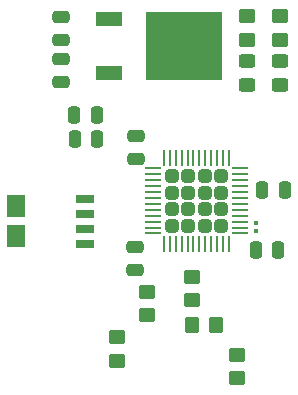
<source format=gbr>
%TF.GenerationSoftware,KiCad,Pcbnew,7.0.10*%
%TF.CreationDate,2024-01-17T14:48:32+01:00*%
%TF.ProjectId,PowerBoard,506f7765-7242-46f6-9172-642e6b696361,rev?*%
%TF.SameCoordinates,Original*%
%TF.FileFunction,Paste,Top*%
%TF.FilePolarity,Positive*%
%FSLAX46Y46*%
G04 Gerber Fmt 4.6, Leading zero omitted, Abs format (unit mm)*
G04 Created by KiCad (PCBNEW 7.0.10) date 2024-01-17 14:48:32*
%MOMM*%
%LPD*%
G01*
G04 APERTURE LIST*
G04 Aperture macros list*
%AMRoundRect*
0 Rectangle with rounded corners*
0 $1 Rounding radius*
0 $2 $3 $4 $5 $6 $7 $8 $9 X,Y pos of 4 corners*
0 Add a 4 corners polygon primitive as box body*
4,1,4,$2,$3,$4,$5,$6,$7,$8,$9,$2,$3,0*
0 Add four circle primitives for the rounded corners*
1,1,$1+$1,$2,$3*
1,1,$1+$1,$4,$5*
1,1,$1+$1,$6,$7*
1,1,$1+$1,$8,$9*
0 Add four rect primitives between the rounded corners*
20,1,$1+$1,$2,$3,$4,$5,0*
20,1,$1+$1,$4,$5,$6,$7,0*
20,1,$1+$1,$6,$7,$8,$9,0*
20,1,$1+$1,$8,$9,$2,$3,0*%
G04 Aperture macros list end*
%ADD10R,2.200000X1.200000*%
%ADD11R,6.400000X5.800000*%
%ADD12R,1.580000X1.920000*%
%ADD13R,1.580000X0.650000*%
%ADD14RoundRect,0.250000X0.315000X0.315000X-0.315000X0.315000X-0.315000X-0.315000X0.315000X-0.315000X0*%
%ADD15RoundRect,0.062500X0.596500X0.062500X-0.596500X0.062500X-0.596500X-0.062500X0.596500X-0.062500X0*%
%ADD16RoundRect,0.062500X0.062500X0.596500X-0.062500X0.596500X-0.062500X-0.596500X0.062500X-0.596500X0*%
%ADD17RoundRect,0.079500X-0.100500X0.079500X-0.100500X-0.079500X0.100500X-0.079500X0.100500X0.079500X0*%
%ADD18RoundRect,0.250000X-0.450000X0.350000X-0.450000X-0.350000X0.450000X-0.350000X0.450000X0.350000X0*%
%ADD19RoundRect,0.250000X0.450000X-0.350000X0.450000X0.350000X-0.450000X0.350000X-0.450000X-0.350000X0*%
%ADD20RoundRect,0.250000X0.350000X0.450000X-0.350000X0.450000X-0.350000X-0.450000X0.350000X-0.450000X0*%
%ADD21RoundRect,0.250000X0.450000X-0.325000X0.450000X0.325000X-0.450000X0.325000X-0.450000X-0.325000X0*%
%ADD22RoundRect,0.250000X0.475000X-0.250000X0.475000X0.250000X-0.475000X0.250000X-0.475000X-0.250000X0*%
%ADD23RoundRect,0.250000X-0.475000X0.250000X-0.475000X-0.250000X0.475000X-0.250000X0.475000X0.250000X0*%
%ADD24RoundRect,0.250000X0.250000X0.475000X-0.250000X0.475000X-0.250000X-0.475000X0.250000X-0.475000X0*%
G04 APERTURE END LIST*
D10*
%TO.C,*%
X99364000Y-101086000D03*
D11*
X105664000Y-98806000D03*
D10*
X99364000Y-96526000D03*
%TD*%
D12*
%TO.C,IC1*%
X91502000Y-112395000D03*
X91502000Y-114935000D03*
D13*
X97282000Y-115570000D03*
X97282000Y-114300000D03*
X97282000Y-113030000D03*
X97282000Y-111760000D03*
%TD*%
D14*
%TO.C,U2*%
X108842000Y-114052000D03*
X108842000Y-112652000D03*
X108842000Y-111252000D03*
X108842000Y-109852000D03*
X107442000Y-114052000D03*
X107442000Y-112652000D03*
X107442000Y-111252000D03*
X107442000Y-109852000D03*
X106042000Y-114052000D03*
X106042000Y-112652000D03*
X106042000Y-111252000D03*
X106042000Y-109852000D03*
X104642000Y-114052000D03*
X104642000Y-112652000D03*
X104642000Y-111252000D03*
X104642000Y-109852000D03*
D15*
X110401000Y-114702000D03*
X110401000Y-114202000D03*
X110401000Y-113702000D03*
X110401000Y-113202000D03*
X110401000Y-112702000D03*
X110401000Y-112202000D03*
X110401000Y-111702000D03*
X110401000Y-111202000D03*
X110401000Y-110702000D03*
X110401000Y-110202000D03*
X110401000Y-109702000D03*
X110401000Y-109202000D03*
D16*
X109492000Y-108293000D03*
X108992000Y-108293000D03*
X108492000Y-108293000D03*
X107992000Y-108293000D03*
X107492000Y-108293000D03*
X106992000Y-108293000D03*
X106492000Y-108293000D03*
X105992000Y-108293000D03*
X105492000Y-108293000D03*
X104992000Y-108293000D03*
X104492000Y-108293000D03*
X103992000Y-108293000D03*
D15*
X103083000Y-109202000D03*
X103083000Y-109702000D03*
X103083000Y-110202000D03*
X103083000Y-110702000D03*
X103083000Y-111202000D03*
X103083000Y-111702000D03*
X103083000Y-112202000D03*
X103083000Y-112702000D03*
X103083000Y-113202000D03*
X103083000Y-113702000D03*
X103083000Y-114202000D03*
X103083000Y-114702000D03*
D16*
X103992000Y-115611000D03*
X104492000Y-115611000D03*
X104992000Y-115611000D03*
X105492000Y-115611000D03*
X105992000Y-115611000D03*
X106492000Y-115611000D03*
X106992000Y-115611000D03*
X107492000Y-115611000D03*
X107992000Y-115611000D03*
X108492000Y-115611000D03*
X108992000Y-115611000D03*
X109492000Y-115611000D03*
%TD*%
D17*
%TO.C,R5*%
X111760000Y-113828000D03*
X111760000Y-114518000D03*
%TD*%
D18*
%TO.C,R10*%
X110998000Y-96298000D03*
X110998000Y-98298000D03*
%TD*%
%TO.C,R9*%
X113792000Y-96298000D03*
X113792000Y-98298000D03*
%TD*%
%TO.C,R6*%
X110179500Y-124984000D03*
X110179500Y-126984000D03*
%TD*%
%TO.C,R4*%
X102559500Y-119650000D03*
X102559500Y-121650000D03*
%TD*%
D19*
%TO.C,R3*%
X100019500Y-125476000D03*
X100019500Y-123476000D03*
%TD*%
%TO.C,R2*%
X106369500Y-118380000D03*
X106369500Y-120380000D03*
%TD*%
D20*
%TO.C,R1*%
X108385500Y-122428000D03*
X106385500Y-122428000D03*
%TD*%
D21*
%TO.C,D4*%
X110998000Y-102126000D03*
X110998000Y-100076000D03*
%TD*%
%TO.C,D3*%
X113800000Y-102126000D03*
X113800000Y-100076000D03*
%TD*%
D22*
%TO.C,C8*%
X95250000Y-98298000D03*
X95250000Y-96398000D03*
%TD*%
D23*
%TO.C,C7*%
X95250000Y-99954000D03*
X95250000Y-101854000D03*
%TD*%
D24*
%TO.C,C6*%
X98298000Y-104648000D03*
X96398000Y-104648000D03*
%TD*%
%TO.C,C5*%
X98364000Y-106680000D03*
X96464000Y-106680000D03*
%TD*%
D23*
%TO.C,C4*%
X101600000Y-106492000D03*
X101600000Y-108392000D03*
%TD*%
D24*
%TO.C,C3*%
X114234000Y-110998000D03*
X112334000Y-110998000D03*
%TD*%
%TO.C,C2*%
X113669500Y-116078000D03*
X111769500Y-116078000D03*
%TD*%
D22*
%TO.C,C1*%
X101543500Y-117790000D03*
X101543500Y-115890000D03*
%TD*%
M02*

</source>
